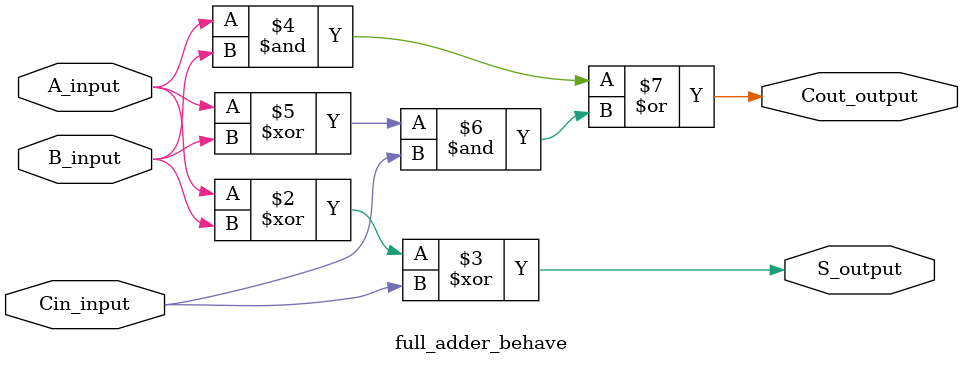
<source format=v>
module full_adder_behave( A_input,B_input,Cin_input,S_output,Cout_output);

 input wire A_input,B_input,Cin_input;
 output reg S_output,Cout_output;

 always @(A_input or B_input or Cin_input)
  begin 
   S_output = A_input ^ B_input ^ Cin_input; 
   Cout_output = ((A_input&B_input) | ((A_input^B_input) & Cin_input)); 
  end
endmodule

</source>
